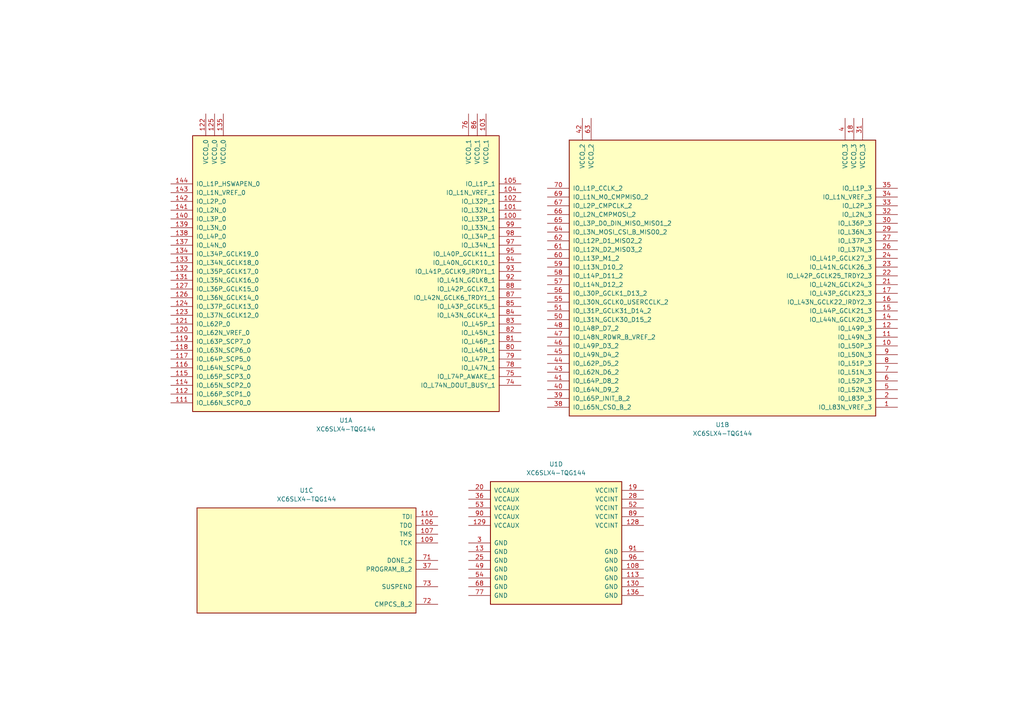
<source format=kicad_sch>
(kicad_sch (version 20230121) (generator eeschema)
  (paper "A4")
  (lib_symbols
    (symbol "FPGA_Xilinx_Spartan6:XC6SLX4-TQG144" (pin_names (offset 1.016))
      (property "Reference" "U" (at 0 1.27 0))
      (property "Value" "XC6SLX4-TQG144" (at 0 -1.27 0))
      (symbol "XC6SLX4-TQG144_1_1"
        (rectangle (start -44.45 36.83) (end 44.45 -43.18) (stroke (width 0.254)) (fill (type background)))
        (pin bidirectional line (at 50.8 12.7 180) (length 6.35) (name "IO_L33P_1") (number "100"))
        (pin bidirectional line (at 50.8 15.24 180) (length 6.35) (name "IO_L32N_1") (number "101"))
        (pin bidirectional line (at 50.8 17.78 180) (length 6.35) (name "IO_L32P_1") (number "102"))
        (pin power_in line (at 40.64 43.18 270) (length 6.35) (name "VCCO_1") (number "103"))
        (pin bidirectional line (at 50.8 20.32 180) (length 6.35) (name "IO_L1N_VREF_1") (number "104"))
        (pin bidirectional line (at 50.8 22.86 180) (length 6.35) (name "IO_L1P_1") (number "105"))
        (pin bidirectional line (at -50.8 -40.64 0) (length 6.35) (name "IO_L66N_SCP0_0") (number "111"))
        (pin bidirectional line (at -50.8 -38.1 0) (length 6.35) (name "IO_L66P_SCP1_0") (number "112"))
        (pin bidirectional line (at -50.8 -35.56 0) (length 6.35) (name "IO_L65N_SCP2_0") (number "114"))
        (pin bidirectional line (at -50.8 -33.02 0) (length 6.35) (name "IO_L65P_SCP3_0") (number "115"))
        (pin bidirectional line (at -50.8 -30.48 0) (length 6.35) (name "IO_L64N_SCP4_0") (number "116"))
        (pin bidirectional line (at -50.8 -27.94 0) (length 6.35) (name "IO_L64P_SCP5_0") (number "117"))
        (pin bidirectional line (at -50.8 -25.4 0) (length 6.35) (name "IO_L63N_SCP6_0") (number "118"))
        (pin bidirectional line (at -50.8 -22.86 0) (length 6.35) (name "IO_L63P_SCP7_0") (number "119"))
        (pin bidirectional line (at -50.8 -20.32 0) (length 6.35) (name "IO_L62N_VREF_0") (number "120"))
        (pin bidirectional line (at -50.8 -17.78 0) (length 6.35) (name "IO_L62P_0") (number "121"))
        (pin power_in line (at -40.64 43.18 270) (length 6.35) (name "VCCO_0") (number "122"))
        (pin bidirectional line (at -50.8 -15.24 0) (length 6.35) (name "IO_L37N_GCLK12_0") (number "123"))
        (pin bidirectional line (at -50.8 -12.7 0) (length 6.35) (name "IO_L37P_GCLK13_0") (number "124"))
        (pin power_in line (at -38.1 43.18 270) (length 6.35) (name "VCCO_0") (number "125"))
        (pin bidirectional line (at -50.8 -10.16 0) (length 6.35) (name "IO_L36N_GCLK14_0") (number "126"))
        (pin bidirectional line (at -50.8 -7.62 0) (length 6.35) (name "IO_L36P_GCLK15_0") (number "127"))
        (pin bidirectional line (at -50.8 -5.08 0) (length 6.35) (name "IO_L35N_GCLK16_0") (number "131"))
        (pin bidirectional line (at -50.8 -2.54 0) (length 6.35) (name "IO_L35P_GCLK17_0") (number "132"))
        (pin bidirectional line (at -50.8 0 0) (length 6.35) (name "IO_L34N_GCLK18_0") (number "133"))
        (pin bidirectional line (at -50.8 2.54 0) (length 6.35) (name "IO_L34P_GCLK19_0") (number "134"))
        (pin power_in line (at -35.56 43.18 270) (length 6.35) (name "VCCO_0") (number "135"))
        (pin bidirectional line (at -50.8 5.08 0) (length 6.35) (name "IO_L4N_0") (number "137"))
        (pin bidirectional line (at -50.8 7.62 0) (length 6.35) (name "IO_L4P_0") (number "138"))
        (pin bidirectional line (at -50.8 10.16 0) (length 6.35) (name "IO_L3N_0") (number "139"))
        (pin bidirectional line (at -50.8 12.7 0) (length 6.35) (name "IO_L3P_0") (number "140"))
        (pin bidirectional line (at -50.8 15.24 0) (length 6.35) (name "IO_L2N_0") (number "141"))
        (pin bidirectional line (at -50.8 17.78 0) (length 6.35) (name "IO_L2P_0") (number "142"))
        (pin bidirectional line (at -50.8 20.32 0) (length 6.35) (name "IO_L1N_VREF_0") (number "143"))
        (pin bidirectional line (at -50.8 22.86 0) (length 6.35) (name "IO_L1P_HSWAPEN_0") (number "144"))
        (pin bidirectional line (at 50.8 -35.56 180) (length 6.35) (name "IO_L74N_DOUT_BUSY_1") (number "74"))
        (pin bidirectional line (at 50.8 -33.02 180) (length 6.35) (name "IO_L74P_AWAKE_1") (number "75"))
        (pin power_in line (at 35.56 43.18 270) (length 6.35) (name "VCCO_1") (number "76"))
        (pin bidirectional line (at 50.8 -30.48 180) (length 6.35) (name "IO_L47N_1") (number "78"))
        (pin bidirectional line (at 50.8 -27.94 180) (length 6.35) (name "IO_L47P_1") (number "79"))
        (pin bidirectional line (at 50.8 -25.4 180) (length 6.35) (name "IO_L46N_1") (number "80"))
        (pin bidirectional line (at 50.8 -22.86 180) (length 6.35) (name "IO_L46P_1") (number "81"))
        (pin bidirectional line (at 50.8 -20.32 180) (length 6.35) (name "IO_L45N_1") (number "82"))
        (pin bidirectional line (at 50.8 -17.78 180) (length 6.35) (name "IO_L45P_1") (number "83"))
        (pin bidirectional line (at 50.8 -15.24 180) (length 6.35) (name "IO_L43N_GCLK4_1") (number "84"))
        (pin bidirectional line (at 50.8 -12.7 180) (length 6.35) (name "IO_L43P_GCLK5_1") (number "85"))
        (pin power_in line (at 38.1 43.18 270) (length 6.35) (name "VCCO_1") (number "86"))
        (pin bidirectional line (at 50.8 -10.16 180) (length 6.35) (name "IO_L42N_GCLK6_TRDY1_1") (number "87"))
        (pin bidirectional line (at 50.8 -7.62 180) (length 6.35) (name "IO_L42P_GCLK7_1") (number "88"))
        (pin bidirectional line (at 50.8 -5.08 180) (length 6.35) (name "IO_L41N_GCLK8_1") (number "92"))
        (pin bidirectional line (at 50.8 -2.54 180) (length 6.35) (name "IO_L41P_GCLK9_IRDY1_1") (number "93"))
        (pin bidirectional line (at 50.8 0 180) (length 6.35) (name "IO_L40N_GCLK10_1") (number "94"))
        (pin bidirectional line (at 50.8 2.54 180) (length 6.35) (name "IO_L40P_GCLK11_1") (number "95"))
        (pin bidirectional line (at 50.8 5.08 180) (length 6.35) (name "IO_L34N_1") (number "97"))
        (pin bidirectional line (at 50.8 7.62 180) (length 6.35) (name "IO_L34P_1") (number "98"))
        (pin bidirectional line (at 50.8 10.16 180) (length 6.35) (name "IO_L33N_1") (number "99"))
      )
      (symbol "XC6SLX4-TQG144_2_1"
        (rectangle (start -44.45 36.83) (end 44.45 -43.18) (stroke (width 0.254)) (fill (type background)))
        (pin bidirectional line (at 50.8 -40.64 180) (length 6.35) (name "IO_L83N_VREF_3") (number "1"))
        (pin bidirectional line (at 50.8 -22.86 180) (length 6.35) (name "IO_L50P_3") (number "10"))
        (pin bidirectional line (at 50.8 -20.32 180) (length 6.35) (name "IO_L49N_3") (number "11"))
        (pin bidirectional line (at 50.8 -17.78 180) (length 6.35) (name "IO_L49P_3") (number "12"))
        (pin bidirectional line (at 50.8 -15.24 180) (length 6.35) (name "IO_L44N_GCLK20_3") (number "14"))
        (pin bidirectional line (at 50.8 -12.7 180) (length 6.35) (name "IO_L44P_GCLK21_3") (number "15"))
        (pin bidirectional line (at 50.8 -10.16 180) (length 6.35) (name "IO_L43N_GCLK22_IRDY2_3") (number "16"))
        (pin bidirectional line (at 50.8 -7.62 180) (length 6.35) (name "IO_L43P_GCLK23_3") (number "17"))
        (pin power_in line (at 38.1 43.18 270) (length 6.35) (name "VCCO_3") (number "18"))
        (pin bidirectional line (at 50.8 -38.1 180) (length 6.35) (name "IO_L83P_3") (number "2"))
        (pin bidirectional line (at 50.8 -5.08 180) (length 6.35) (name "IO_L42N_GCLK24_3") (number "21"))
        (pin bidirectional line (at 50.8 -2.54 180) (length 6.35) (name "IO_L42P_GCLK25_TRDY2_3") (number "22"))
        (pin bidirectional line (at 50.8 0 180) (length 6.35) (name "IO_L41N_GCLK26_3") (number "23"))
        (pin bidirectional line (at 50.8 2.54 180) (length 6.35) (name "IO_L41P_GCLK27_3") (number "24"))
        (pin bidirectional line (at 50.8 5.08 180) (length 6.35) (name "IO_L37N_3") (number "26"))
        (pin bidirectional line (at 50.8 7.62 180) (length 6.35) (name "IO_L37P_3") (number "27"))
        (pin bidirectional line (at 50.8 10.16 180) (length 6.35) (name "IO_L36N_3") (number "29"))
        (pin bidirectional line (at 50.8 12.7 180) (length 6.35) (name "IO_L36P_3") (number "30"))
        (pin power_in line (at 40.64 43.18 270) (length 6.35) (name "VCCO_3") (number "31"))
        (pin bidirectional line (at 50.8 15.24 180) (length 6.35) (name "IO_L2N_3") (number "32"))
        (pin bidirectional line (at 50.8 17.78 180) (length 6.35) (name "IO_L2P_3") (number "33"))
        (pin bidirectional line (at 50.8 20.32 180) (length 6.35) (name "IO_L1N_VREF_3") (number "34"))
        (pin bidirectional line (at 50.8 22.86 180) (length 6.35) (name "IO_L1P_3") (number "35"))
        (pin bidirectional line (at -50.8 -40.64 0) (length 6.35) (name "IO_L65N_CSO_B_2") (number "38"))
        (pin bidirectional line (at -50.8 -38.1 0) (length 6.35) (name "IO_L65P_INIT_B_2") (number "39"))
        (pin power_in line (at 35.56 43.18 270) (length 6.35) (name "VCCO_3") (number "4"))
        (pin bidirectional line (at -50.8 -35.56 0) (length 6.35) (name "IO_L64N_D9_2") (number "40"))
        (pin bidirectional line (at -50.8 -33.02 0) (length 6.35) (name "IO_L64P_D8_2") (number "41"))
        (pin power_in line (at -40.64 43.18 270) (length 6.35) (name "VCCO_2") (number "42"))
        (pin bidirectional line (at -50.8 -30.48 0) (length 6.35) (name "IO_L62N_D6_2") (number "43"))
        (pin bidirectional line (at -50.8 -27.94 0) (length 6.35) (name "IO_L62P_D5_2") (number "44"))
        (pin bidirectional line (at -50.8 -25.4 0) (length 6.35) (name "IO_L49N_D4_2") (number "45"))
        (pin bidirectional line (at -50.8 -22.86 0) (length 6.35) (name "IO_L49P_D3_2") (number "46"))
        (pin bidirectional line (at -50.8 -20.32 0) (length 6.35) (name "IO_L48N_RDWR_B_VREF_2") (number "47"))
        (pin bidirectional line (at -50.8 -17.78 0) (length 6.35) (name "IO_L48P_D7_2") (number "48"))
        (pin bidirectional line (at 50.8 -35.56 180) (length 6.35) (name "IO_L52N_3") (number "5"))
        (pin bidirectional line (at -50.8 -15.24 0) (length 6.35) (name "IO_L31N_GCLK30_D15_2") (number "50"))
        (pin bidirectional line (at -50.8 -12.7 0) (length 6.35) (name "IO_L31P_GCLK31_D14_2") (number "51"))
        (pin bidirectional line (at -50.8 -10.16 0) (length 6.35) (name "IO_L30N_GCLK0_USERCCLK_2") (number "55"))
        (pin bidirectional line (at -50.8 -7.62 0) (length 6.35) (name "IO_L30P_GCLK1_D13_2") (number "56"))
        (pin bidirectional line (at -50.8 -5.08 0) (length 6.35) (name "IO_L14N_D12_2") (number "57"))
        (pin bidirectional line (at -50.8 -2.54 0) (length 6.35) (name "IO_L14P_D11_2") (number "58"))
        (pin bidirectional line (at -50.8 0 0) (length 6.35) (name "IO_L13N_D10_2") (number "59"))
        (pin bidirectional line (at 50.8 -33.02 180) (length 6.35) (name "IO_L52P_3") (number "6"))
        (pin bidirectional line (at -50.8 2.54 0) (length 6.35) (name "IO_L13P_M1_2") (number "60"))
        (pin bidirectional line (at -50.8 5.08 0) (length 6.35) (name "IO_L12N_D2_MISO3_2") (number "61"))
        (pin bidirectional line (at -50.8 7.62 0) (length 6.35) (name "IO_L12P_D1_MISO2_2") (number "62"))
        (pin power_in line (at -38.1 43.18 270) (length 6.35) (name "VCCO_2") (number "63"))
        (pin bidirectional line (at -50.8 10.16 0) (length 6.35) (name "IO_L3N_MOSI_CSI_B_MISO0_2") (number "64"))
        (pin bidirectional line (at -50.8 12.7 0) (length 6.35) (name "IO_L3P_D0_DIN_MISO_MISO1_2") (number "65"))
        (pin bidirectional line (at -50.8 15.24 0) (length 6.35) (name "IO_L2N_CMPMOSI_2") (number "66"))
        (pin bidirectional line (at -50.8 17.78 0) (length 6.35) (name "IO_L2P_CMPCLK_2") (number "67"))
        (pin bidirectional line (at -50.8 20.32 0) (length 6.35) (name "IO_L1N_M0_CMPMISO_2") (number "69"))
        (pin bidirectional line (at 50.8 -30.48 180) (length 6.35) (name "IO_L51N_3") (number "7"))
        (pin bidirectional line (at -50.8 22.86 0) (length 6.35) (name "IO_L1P_CCLK_2") (number "70"))
        (pin bidirectional line (at 50.8 -27.94 180) (length 6.35) (name "IO_L51P_3") (number "8"))
        (pin bidirectional line (at 50.8 -25.4 180) (length 6.35) (name "IO_L50N_3") (number "9"))
      )
      (symbol "XC6SLX4-TQG144_3_1"
        (rectangle (start -31.75 15.24) (end 31.75 -15.24) (stroke (width 0.254)) (fill (type background)))
        (pin bidirectional line (at 38.1 10.16 180) (length 6.35) (name "TDO") (number "106"))
        (pin bidirectional line (at 38.1 7.62 180) (length 6.35) (name "TMS") (number "107"))
        (pin bidirectional line (at 38.1 5.08 180) (length 6.35) (name "TCK") (number "109"))
        (pin bidirectional line (at 38.1 12.7 180) (length 6.35) (name "TDI") (number "110"))
        (pin bidirectional line (at 38.1 -2.54 180) (length 6.35) (name "PROGRAM_B_2") (number "37"))
        (pin bidirectional line (at 38.1 0 180) (length 6.35) (name "DONE_2") (number "71"))
        (pin bidirectional line (at 38.1 -12.7 180) (length 6.35) (name "CMPCS_B_2") (number "72"))
        (pin bidirectional line (at 38.1 -7.62 180) (length 6.35) (name "SUSPEND") (number "73"))
      )
      (symbol "XC6SLX4-TQG144_4_1"
        (rectangle (start -19.05 17.78) (end 19.05 -17.78) (stroke (width 0.254)) (fill (type background)))
        (pin power_in line (at 25.4 -7.62 180) (length 6.35) (name "GND") (number "108"))
        (pin power_in line (at 25.4 -10.16 180) (length 6.35) (name "GND") (number "113"))
        (pin power_in line (at 25.4 5.08 180) (length 6.35) (name "VCCINT") (number "128"))
        (pin power_in line (at -25.4 5.08 0) (length 6.35) (name "VCCAUX") (number "129"))
        (pin power_in line (at -25.4 -2.54 0) (length 6.35) (name "GND") (number "13"))
        (pin power_in line (at 25.4 -12.7 180) (length 6.35) (name "GND") (number "130"))
        (pin power_in line (at 25.4 -15.24 180) (length 6.35) (name "GND") (number "136"))
        (pin power_in line (at 25.4 15.24 180) (length 6.35) (name "VCCINT") (number "19"))
        (pin power_in line (at -25.4 15.24 0) (length 6.35) (name "VCCAUX") (number "20"))
        (pin power_in line (at -25.4 -5.08 0) (length 6.35) (name "GND") (number "25"))
        (pin power_in line (at 25.4 12.7 180) (length 6.35) (name "VCCINT") (number "28"))
        (pin power_in line (at -25.4 0 0) (length 6.35) (name "GND") (number "3"))
        (pin power_in line (at -25.4 12.7 0) (length 6.35) (name "VCCAUX") (number "36"))
        (pin power_in line (at -25.4 -7.62 0) (length 6.35) (name "GND") (number "49"))
        (pin power_in line (at 25.4 10.16 180) (length 6.35) (name "VCCINT") (number "52"))
        (pin power_in line (at -25.4 10.16 0) (length 6.35) (name "VCCAUX") (number "53"))
        (pin power_in line (at -25.4 -10.16 0) (length 6.35) (name "GND") (number "54"))
        (pin power_in line (at -25.4 -12.7 0) (length 6.35) (name "GND") (number "68"))
        (pin power_in line (at -25.4 -15.24 0) (length 6.35) (name "GND") (number "77"))
        (pin power_in line (at 25.4 7.62 180) (length 6.35) (name "VCCINT") (number "89"))
        (pin power_in line (at -25.4 7.62 0) (length 6.35) (name "VCCAUX") (number "90"))
        (pin power_in line (at 25.4 -2.54 180) (length 6.35) (name "GND") (number "91"))
        (pin power_in line (at 25.4 -5.08 180) (length 6.35) (name "GND") (number "96"))
      )
    )
  )
  (symbol (lib_id "FPGA_Xilinx_Spartan6:XC6SLX4-TQG144") (at 209.55 77.47 0) (unit 2)
    (property "Reference" "U1" (at 209.55 123.19 0))
    (property "Value" "XC6SLX4-TQG144" (at 209.55 125.73 0))
  )
  (symbol (lib_id "FPGA_Xilinx_Spartan6:XC6SLX4-TQG144") (at 161.29 157.48 0) (unit 4)
    (property "Reference" "U1" (at 161.29 134.62 0))
    (property "Value" "XC6SLX4-TQG144" (at 161.29 137.16 0))
  )
  (symbol (lib_id "FPGA_Xilinx_Spartan6:XC6SLX4-TQG144") (at 100.33 76.2 0) (unit 1)
    (property "Reference" "U1" (at 100.33 121.92 0))
    (property "Value" "XC6SLX4-TQG144" (at 100.33 124.46 0))
  )
  (symbol (lib_id "FPGA_Xilinx_Spartan6:XC6SLX4-TQG144") (at 88.9 162.56 0) (unit 3)
    (property "Reference" "U1" (at 88.9 142.24 0))
    (property "Value" "XC6SLX4-TQG144" (at 88.9 144.78 0))
  )
)
</source>
